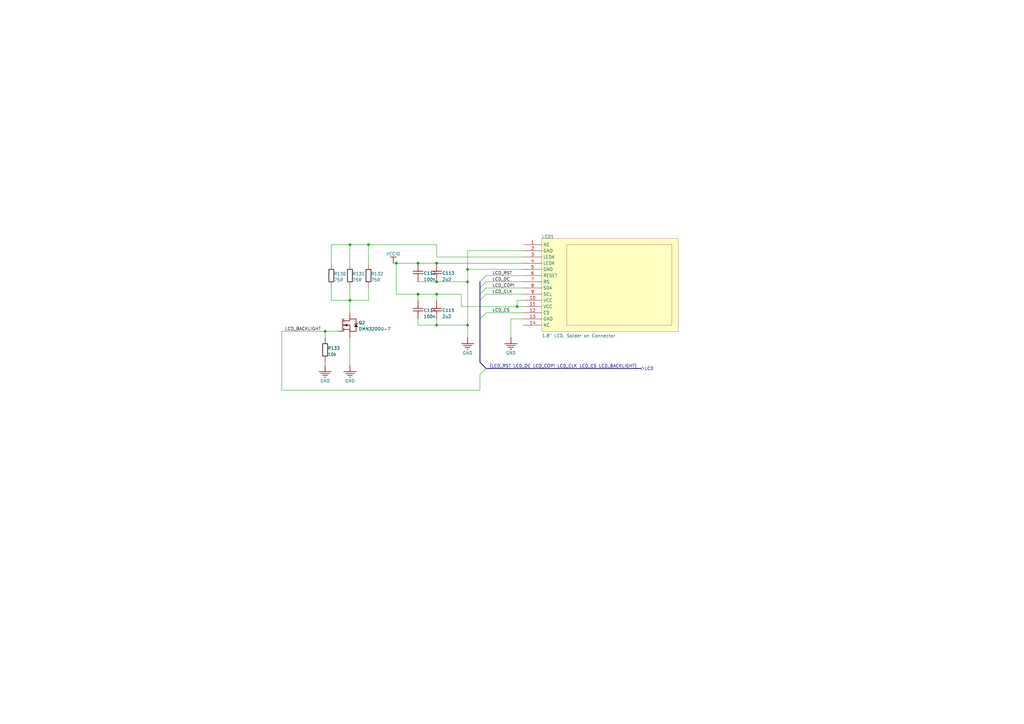
<source format=kicad_sch>
(kicad_sch (version 20231120) (generator "eeschema") (generator_version "8.0")
  (paper "A3")
  (title_block (title "NAE-SONATA-ONE") (date "2024-08-16") (rev "10") (company "NewAE Technology") (comment 2 "Apache-2"))
  (lib_symbols
    (symbol "SONATA-ONE-symbols:GND_POWER_GROUND" (power)
      (property "Reference" "#PWR" (at 0 0 0))
      (property "Value" "GND" (at 0 6.35 0))
      (symbol "GND_POWER_GROUND_0_0"
        (polyline (pts (xy -2.54 -2.54) (xy 2.54 -2.54)) (stroke (width 0.254)))
        (polyline (pts (xy -1.778 -3.302) (xy 1.778 -3.302)) (stroke (width 0.254)))
        (polyline (pts (xy -1.016 -4.064) (xy 1.016 -4.064)) (stroke (width 0.254)))
        (polyline (pts (xy -0.254 -4.826) (xy 0.254 -4.826)) (stroke (width 0.254)))
        (polyline (pts (xy 0 0) (xy 0 -2.54)) (stroke (width 0.254)))
        (pin power_in line (at 0 0 0) (length 0) hide (name "GND") (number ""))
      )
    )
    (symbol "SONATA-ONE-symbols:VCCIO_BAR" (power)
      (property "Reference" "#PWR" (at 0 0 0))
      (property "Value" "VCCIO" (at 0 3.81 0))
      (symbol "VCCIO_BAR_0_0"
        (polyline (pts (xy -1.27 -2.54) (xy 1.27 -2.54)) (stroke (width 0.254)))
        (polyline (pts (xy 0 0) (xy 0 -2.54)) (stroke (width 0.254)))
        (pin power_in line (at 0 0 0) (length 0) hide (name "VCCIO") (number ""))
      )
    )
    (symbol "SONATA-ONE-symbols:root_0_CAP"
      (symbol "root_0_CAP_1_0"
        (polyline (pts (xy -2.032 1.778) (xy 2.032 1.778)) (stroke (width 0.254)))
        (polyline (pts (xy 0 0) (xy 0 0.762)) (stroke (width 0.254)))
        (polyline (pts (xy 0 2.54) (xy 0 1.778)) (stroke (width 0.254)))
        (polyline (pts (xy 2.032 0.762) (xy -2.032 0.762)) (stroke (width 0.254)))
        (pin passive line (at 0 5.08 270) (length 2.54) (name "1") (number "1"))
        (pin passive line (at 0 -2.54 90) (length 2.54) (name "2") (number "2"))
      )
    )
    (symbol "SONATA-ONE-symbols:root_0_LCD14Pins_Adafruit618"
      (symbol "root_0_LCD14Pins_Adafruit618_1_0"
        (rectangle (start 53.34 0) (end 10.16 -33.02) (stroke (width 0.0254) (color 128 0 0 1)) (fill (type color) (color 74 134 232 1)))
        (rectangle (start 55.88 2.54) (end 0 -35.56) (stroke (width 0.0254) (color 128 0 0 1)) (fill (type background)))
        (pin passive line (at -7.62 0 0) (length 7.62) (name "NC") (number "1"))
        (pin passive line (at -7.62 -22.86 0) (length 7.62) (name "VCC") (number "10"))
        (pin passive line (at -7.62 -25.4 0) (length 7.62) (name "VCC") (number "11"))
        (pin passive line (at -7.62 -27.94 0) (length 7.62) (name "CS") (number "12"))
        (pin passive line (at -7.62 -30.48 0) (length 7.62) (name "GND") (number "13"))
        (pin passive line (at -7.62 -33.02 0) (length 7.62) (name "NC") (number "14"))
        (pin passive line (at -7.62 -2.54 0) (length 7.62) (name "GND") (number "2"))
        (pin passive line (at -7.62 -5.08 0) (length 7.62) (name "LEDK") (number "3"))
        (pin passive line (at -7.62 -7.62 0) (length 7.62) (name "LEDA") (number "4"))
        (pin passive line (at -7.62 -10.16 0) (length 7.62) (name "GND") (number "5"))
        (pin passive line (at -7.62 -12.7 0) (length 7.62) (name "RESET") (number "6"))
        (pin passive line (at -7.62 -15.24 0) (length 7.62) (name "RS") (number "7"))
        (pin passive line (at -7.62 -17.78 0) (length 7.62) (name "SDA") (number "8"))
        (pin passive line (at -7.62 -20.32 0) (length 7.62) (name "SCL") (number "9"))
      )
    )
    (symbol "SONATA-ONE-symbols:root_0_MOSFET_N_GSD"
      (symbol "root_0_MOSFET_N_GSD_1_0"
        (polyline (pts (xy -1.27 -2.54) (xy -0.508 -2.54)) (stroke (width 0.254)))
        (polyline (pts (xy -0.508 2.54) (xy -0.508 -2.54)) (stroke (width 0.254)))
        (polyline (pts (xy 0 -2.54) (xy 0 -1.27)) (stroke (width 0.254)))
        (polyline (pts (xy 0 -0.508) (xy 0 0.508)) (stroke (width 0.254)))
        (polyline (pts (xy 0 2.54) (xy 0 1.27)) (stroke (width 0.254)))
        (polyline (pts (xy 2.54 -2.54) (xy 5.08 -2.54)) (stroke (width 0.254)))
        (polyline (pts (xy 2.54 -1.778) (xy 0 -1.778)) (stroke (width 0.254)))
        (polyline (pts (xy 2.54 0) (xy 0 0)) (stroke (width 0.254)))
        (polyline (pts (xy 2.54 0) (xy 2.54 -2.54)) (stroke (width 0.254)))
        (polyline (pts (xy 2.54 1.778) (xy 0 1.778)) (stroke (width 0.254)))
        (polyline (pts (xy 2.54 1.778) (xy 2.54 2.54)) (stroke (width 0.254)))
        (polyline (pts (xy 2.54 2.54) (xy 5.08 2.54)) (stroke (width 0.254)))
        (polyline (pts (xy 5.08 -2.54) (xy 5.08 -0.762)) (stroke (width 0.254)))
        (polyline (pts (xy 5.08 2.54) (xy 5.08 0.508)) (stroke (width 0.254)))
        (polyline (pts (xy 0 0) (xy 1.524 -0.508) (xy 1.524 0.508) (xy 0 0)) (stroke (width -0.0001) (color 0 0 0 1)) (fill (type outline)))
        (polyline (pts (xy 5.08 0.508) (xy 4.318 -0.762) (xy 5.842 -0.762) (xy 5.08 0.508)) (stroke (width -0.0001) (color 0 0 0 1)) (fill (type outline)))
        (polyline (pts (xy 5.842 0.762) (xy 5.588 0.508) (xy 4.572 0.508) (xy 4.318 0.254)) (stroke (width 0.254)))
        (pin passive line (at -2.54 -2.54 0) (length 1.27) (name "G") (number "1"))
        (pin passive line (at 2.54 -5.08 90) (length 2.54) (name "S") (number "2"))
        (pin passive line (at 2.54 5.08 270) (length 2.54) (name "D") (number "3"))
      )
    )
    (symbol "SONATA-ONE-symbols:root_0_RES-EU"
      (symbol "root_0_RES-EU_1_0"
        (rectangle (start 1.016 2.54) (end -1.016 -2.54) (stroke (width 0.254) (color 0 0 0 1)))
        (pin passive line (at 0 5.08 270) (length 2.54) (name "1") (number "1"))
        (pin passive line (at 0 -5.08 90) (length 2.54) (name "2") (number "2"))
      )
    )
  )
  (junction (at 179.07 133.35))
  (junction (at 171.45 120.65))
  (junction (at 151.13 100.33))
  (junction (at 143.51 100.33))
  (junction (at 191.77 115.57))
  (junction (at 212.09 125.73))
  (junction (at 191.77 133.35))
  (junction (at 191.77 110.49))
  (junction (at 171.45 107.95))
  (junction (at 179.07 115.57))
  (junction (at 162.56 107.95))
  (junction (at 133.35 135.89))
  (junction (at 179.07 107.95))
  (junction (at 143.51 123.19))
  (junction (at 179.07 120.65))
  (bus_entry (at 196.85 130.81) (size 2.54 -2.54))
  (bus_entry (at 196.85 118.11) (size 2.54 -2.54))
  (bus_entry (at 196.85 120.65) (size 2.54 -2.54))
  (bus_entry (at 196.85 153.67) (size 2.54 -2.54))
  (bus_entry (at 196.85 123.19) (size 2.54 -2.54))
  (bus_entry (at 196.85 115.57) (size 2.54 -2.54))
  (bus (pts (xy 196.85 118.11) (xy 196.85 120.65)))
  (wire (pts (xy 214.63 125.73) (xy 212.09 125.73)))
  (bus (pts (xy 196.85 130.81) (xy 196.85 148.59)))
  (wire (pts (xy 189.23 125.73) (xy 212.09 125.73)))
  (wire (pts (xy 214.63 123.19) (xy 212.09 123.19)))
  (wire (pts (xy 214.63 110.49) (xy 191.77 110.49)))
  (bus (pts (xy 196.85 120.65) (xy 196.85 123.19)))
  (wire (pts (xy 151.13 123.19) (xy 143.51 123.19)))
  (wire (pts (xy 179.07 105.41) (xy 179.07 100.33)))
  (wire (pts (xy 143.51 100.33) (xy 135.89 100.33)))
  (wire (pts (xy 214.63 115.57) (xy 199.39 115.57)))
  (wire (pts (xy 214.63 102.87) (xy 191.77 102.87)))
  (wire (pts (xy 143.51 149.86) (xy 143.51 138.43)))
  (wire (pts (xy 171.45 107.95) (xy 162.56 107.95)))
  (wire (pts (xy 191.77 102.87) (xy 191.77 110.49)))
  (wire (pts (xy 133.35 138.43) (xy 133.35 135.89)))
  (bus (pts (xy 196.85 115.57) (xy 196.85 118.11)))
  (wire (pts (xy 115.57 160.02) (xy 196.85 160.02)))
  (wire (pts (xy 189.23 120.65) (xy 189.23 125.73)))
  (wire (pts (xy 191.77 110.49) (xy 191.77 115.57)))
  (wire (pts (xy 133.35 149.86) (xy 133.35 148.59)))
  (wire (pts (xy 135.89 123.19) (xy 135.89 118.11)))
  (wire (pts (xy 162.56 120.65) (xy 171.45 120.65)))
  (wire (pts (xy 151.13 107.95) (xy 151.13 100.33)))
  (wire (pts (xy 162.56 107.95) (xy 161.29 107.95)))
  (wire (pts (xy 162.56 107.95) (xy 162.56 120.65)))
  (bus (pts (xy 199.39 151.13) (xy 262.89 151.13)))
  (wire (pts (xy 214.63 120.65) (xy 199.39 120.65)))
  (wire (pts (xy 143.51 123.19) (xy 135.89 123.19)))
  (wire (pts (xy 209.55 130.81) (xy 209.55 138.43)))
  (wire (pts (xy 115.57 135.89) (xy 133.35 135.89)))
  (wire (pts (xy 179.07 120.65) (xy 179.07 123.19)))
  (wire (pts (xy 179.07 120.65) (xy 189.23 120.65)))
  (wire (pts (xy 171.45 115.57) (xy 179.07 115.57)))
  (wire (pts (xy 214.63 107.95) (xy 179.07 107.95)))
  (wire (pts (xy 138.43 135.89) (xy 133.35 135.89)))
  (bus (pts (xy 196.85 148.59) (xy 199.39 151.13)))
  (wire (pts (xy 179.07 133.35) (xy 179.07 130.81)))
  (wire (pts (xy 214.63 105.41) (xy 179.07 105.41)))
  (wire (pts (xy 171.45 120.65) (xy 171.45 123.19)))
  (wire (pts (xy 212.09 125.73) (xy 212.09 123.19)))
  (wire (pts (xy 171.45 133.35) (xy 179.07 133.35)))
  (wire (pts (xy 214.63 118.11) (xy 199.39 118.11)))
  (wire (pts (xy 191.77 115.57) (xy 191.77 133.35)))
  (wire (pts (xy 151.13 118.11) (xy 151.13 123.19)))
  (wire (pts (xy 179.07 107.95) (xy 171.45 107.95)))
  (wire (pts (xy 179.07 120.65) (xy 171.45 120.65)))
  (wire (pts (xy 171.45 130.81) (xy 171.45 133.35)))
  (wire (pts (xy 179.07 115.57) (xy 191.77 115.57)))
  (wire (pts (xy 151.13 100.33) (xy 143.51 100.33)))
  (wire (pts (xy 191.77 133.35) (xy 191.77 138.43)))
  (wire (pts (xy 143.51 128.27) (xy 143.51 123.19)))
  (wire (pts (xy 143.51 118.11) (xy 143.51 123.19)))
  (wire (pts (xy 115.57 135.89) (xy 115.57 160.02)))
  (wire (pts (xy 143.51 107.95) (xy 143.51 100.33)))
  (wire (pts (xy 214.63 128.27) (xy 199.39 128.27)))
  (wire (pts (xy 214.63 113.03) (xy 199.39 113.03)))
  (wire (pts (xy 214.63 130.81) (xy 209.55 130.81)))
  (wire (pts (xy 179.07 133.35) (xy 191.77 133.35)))
  (wire (pts (xy 135.89 100.33) (xy 135.89 107.95)))
  (wire (pts (xy 179.07 100.33) (xy 151.13 100.33)))
  (bus (pts (xy 196.85 123.19) (xy 196.85 130.81)))
  (wire (pts (xy 196.85 153.67) (xy 196.85 160.02)))
  (label "LCD_CLK" (at 201.93 120.65 0))
  (label "LCD_RST" (at 201.93 113.03 0))
  (label "LCD_BACKLIGHT" (at 116.84 135.89 0))
  (label "LCD_DC" (at 201.93 115.57 0))
  (label "LCD_COPI" (at 201.93 118.11 0))
  (label "LCD_CS" (at 201.93 128.27 0))
  (label "{LCD_RST LCD_DC LCD_COPI LCD_CLK LCD_CS LCD_BACKLIGHT}" (at 200.66 151.13 0))
  (hierarchical_label "LCD" (shape bidirectional) (at 262.89 151.13 0))
  (symbol (lib_id "SONATA-ONE-symbols:root_0_CAP") (at 179.07 128.27 0) (unit 1)
    (property "Reference" "C115" (at 181.356 128.016 0) (effects (justify left bottom)))
    (property "Value" "2u2" (at 181.356 130.556 0) (effects (justify left bottom)))
    (property "Footprint" "SONATA-ONE-LIBRARY:CAPC0603_M" (effects (hide yes)))
    (property "Description" "100n, 0402" (effects (hide yes)))
    (property "MANUFACTURE PART NUMBER 1" "EMK107BJ225KA-T" (effects (hide yes)))
  )
  (symbol (lib_id "SONATA-ONE-symbols:VCCIO_BAR") (at 161.29 107.95 180) (unit 1)
    (property "Reference" "#PWR0251" (effects (hide yes)))
    (property "Value" "VCCIO" (at 161.29 104.14 0))
    (property "Description" "Power symbol creates a global label with name 'VCCIO'" (effects (hide yes)))
  )
  (symbol (lib_id "SONATA-ONE-symbols:root_0_RES-EU") (at 143.51 113.03 0) (unit 1)
    (property "Reference" "R131" (at 144.526 113.03 0) (effects (justify left bottom)))
    (property "Value" "75R" (at 144.526 115.57 0) (effects (justify left bottom)))
    (property "Footprint" "SONATA-ONE-LIBRARY:RESC2012X70N" (effects (hide yes)))
    (property "Description" "10k res, 0402, 1%, 1/16W" (effects (hide yes)))
    (property "MANUFACTURE PART NUMBER 1" "RC0805FR-0775RL" (effects (hide yes)))
  )
  (symbol (lib_id "SONATA-ONE-symbols:GND_POWER_GROUND") (at 191.77 138.43 0) (unit 1)
    (property "Reference" "#PWR0252" (effects (hide yes)))
    (property "Value" "GND" (at 191.77 144.78 0))
    (property "Description" "Power symbol creates a global label with name 'GND'" (effects (hide yes)))
  )
  (symbol (lib_id "SONATA-ONE-symbols:root_0_CAP") (at 171.45 113.03 0) (unit 1)
    (property "Reference" "C112" (at 173.736 112.776 0) (effects (justify left bottom)))
    (property "Value" "100n" (at 173.736 115.316 0) (effects (justify left bottom)))
    (property "Footprint" "SONATA-ONE-LIBRARY:CAPC0402_M" (effects (hide yes)))
    (property "Description" "100n, 0402" (effects (hide yes)))
    (property "MANUFACTURE PART NUMBER 1" "CGA2B3X7R1V104K050BB" (effects (hide yes)))
  )
  (symbol (lib_id "SONATA-ONE-symbols:root_0_RES-EU") (at 135.89 113.03 0) (unit 1)
    (property "Reference" "R130" (at 136.906 113.03 0) (effects (justify left bottom)))
    (property "Value" "75R" (at 136.906 115.57 0) (effects (justify left bottom)))
    (property "Footprint" "SONATA-ONE-LIBRARY:RESC2012X70N" (effects (hide yes)))
    (property "Description" "10k res, 0402, 1%, 1/16W" (effects (hide yes)))
    (property "MANUFACTURE PART NUMBER 1" "RC0805FR-0775RL" (effects (hide yes)))
  )
  (symbol (lib_id "SONATA-ONE-symbols:root_0_RES-EU") (at 151.13 113.03 0) (unit 1)
    (property "Reference" "R132" (at 152.146 113.03 0) (effects (justify left bottom)))
    (property "Value" "75R" (at 152.146 115.57 0) (effects (justify left bottom)))
    (property "Footprint" "SONATA-ONE-LIBRARY:RESC2012X70N" (effects (hide yes)))
    (property "Description" "10k res, 0402, 1%, 1/16W" (effects (hide yes)))
    (property "MANUFACTURE PART NUMBER 1" "RC0805FR-0775RL" (effects (hide yes)))
  )
  (symbol (lib_id "SONATA-ONE-symbols:root_0_LCD14Pins_Adafruit618") (at 222.25 100.33 0) (unit 1)
    (property "Reference" "LCD1" (at 222.25 97.79 0) (effects (justify left bottom)))
    (property "Value" "1.8\" LCD, Solder on Connector" (at 222.25 138.43 0) (effects (justify left bottom)))
    (property "Footprint" "SONATA-ONE-LIBRARY:ADAFRUIT618" (effects (hide yes)))
    (property "Description" "1.8\" LCD, Solder on Connector" (effects (hide yes)))
  )
  (symbol (lib_id "SONATA-ONE-symbols:root_0_MOSFET_N_GSD") (at 140.97 133.35 0) (unit 1)
    (property "Reference" "Q2" (at 147.066 133.096 0) (effects (justify left bottom)))
    (property "Value" "DMN3200U-7" (at 147.066 135.636 0) (effects (justify left bottom)))
    (property "Footprint" "SONATA-ONE-LIBRARY:SOT95P245X110-3M" (effects (hide yes)))
    (property "Description" "MOSFET N-CH 30V 2.2A SOT23-3" (effects (hide yes)))
    (property "MANUFACTURE PART NUMBER 1" "DMN3200U-7" (effects (hide yes)))
  )
  (symbol (lib_id "SONATA-ONE-symbols:GND_POWER_GROUND") (at 133.35 149.86 0) (unit 1)
    (property "Reference" "#PWR0249" (effects (hide yes)))
    (property "Value" "GND" (at 133.35 156.21 0))
    (property "Description" "Power symbol creates a global label with name 'GND'" (effects (hide yes)))
  )
  (symbol (lib_id "SONATA-ONE-symbols:root_0_RES-EU") (at 133.35 143.51 0) (unit 1)
    (property "Reference" "R133" (at 134.366 143.51 0) (effects (justify left bottom)))
    (property "Value" "10k" (at 134.366 146.05 0) (effects (justify left bottom)))
    (property "Footprint" "SONATA-ONE-LIBRARY:RESC1005X40N" (effects (hide yes)))
    (property "Description" "10k res, 0402, 1%, 1/16W" (effects (hide yes)))
    (property "MANUFACTURE PART NUMBER 1" "RC0402FR-0710KL" (effects (hide yes)))
  )
  (symbol (lib_id "SONATA-ONE-symbols:root_0_CAP") (at 171.45 128.27 0) (unit 1)
    (property "Reference" "C114" (at 173.736 128.016 0) (effects (justify left bottom)))
    (property "Value" "100n" (at 173.736 130.556 0) (effects (justify left bottom)))
    (property "Footprint" "SONATA-ONE-LIBRARY:CAPC0402_M" (effects (hide yes)))
    (property "Description" "100n, 0402" (effects (hide yes)))
    (property "MANUFACTURE PART NUMBER 1" "CGA2B3X7R1V104K050BB" (effects (hide yes)))
  )
  (symbol (lib_id "SONATA-ONE-symbols:GND_POWER_GROUND") (at 209.55 138.43 0) (unit 1)
    (property "Reference" "#PWR0253" (effects (hide yes)))
    (property "Value" "GND" (at 209.55 144.78 0))
    (property "Description" "Power symbol creates a global label with name 'GND'" (effects (hide yes)))
  )
  (symbol (lib_id "SONATA-ONE-symbols:GND_POWER_GROUND") (at 143.51 149.86 0) (unit 1)
    (property "Reference" "#PWR0250" (effects (hide yes)))
    (property "Value" "GND" (at 143.51 156.21 0))
    (property "Description" "Power symbol creates a global label with name 'GND'" (effects (hide yes)))
  )
  (symbol (lib_id "SONATA-ONE-symbols:root_0_CAP") (at 179.07 113.03 0) (unit 1)
    (property "Reference" "C113" (at 181.356 112.776 0) (effects (justify left bottom)))
    (property "Value" "2u2" (at 181.356 115.316 0) (effects (justify left bottom)))
    (property "Footprint" "SONATA-ONE-LIBRARY:CAPC0603_M" (effects (hide yes)))
    (property "Description" "100n, 0402" (effects (hide yes)))
    (property "MANUFACTURE PART NUMBER 1" "EMK107BJ225KA-T" (effects (hide yes)))
  )
)
</source>
